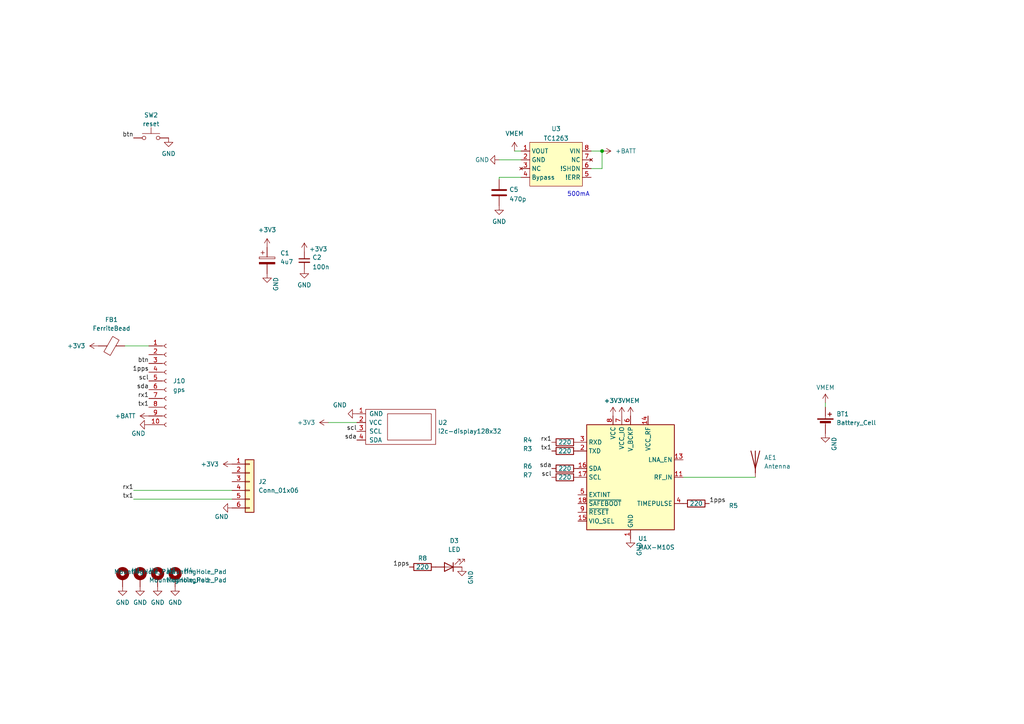
<source format=kicad_sch>
(kicad_sch (version 20230121) (generator eeschema)
  (paper "A4")
  (lib_symbols
    (symbol "AnymaLib-06:TC1263"
      (property "Reference" "U" (at 1.27 6.35 0))
      (property "Value" "TC1263" (at 0 -8.89 0))
      (symbol "TC1263_0_1"
        (rectangle (start -7.62 5.08) (end 7.62 -7.62) (stroke (width 0.1524)) (fill (type background)))
      )
      (symbol "TC1263_1_1"
        (pin power_out line (at -10.16 2.54 0) (length 2.54) (name "VOUT") (number "1"))
        (pin power_out line (at -10.16 0 0) (length 2.54) (name "GND") (number "2"))
        (pin no_connect line (at -10.16 -2.54 0) (length 2.54) (name "NC") (number "3"))
        (pin input line (at -10.16 -5.08 0) (length 2.54) (name "Bypass") (number "4"))
        (pin input line (at 10.16 -5.08 180) (length 2.54) (name "!ERR") (number "5"))
        (pin input line (at 10.16 -2.54 180) (length 2.54) (name "!SHDN") (number "6"))
        (pin no_connect line (at 10.16 0 180) (length 2.54) (name "NC") (number "7"))
        (pin power_in line (at 10.16 2.54 180) (length 2.54) (name "VIN") (number "8"))
      )
    )
    (symbol "Connector:Conn_01x10_Socket" (pin_names (offset 1.016) hide)
      (property "Reference" "J" (at 0 12.7 0))
      (property "Value" "Conn_01x10_Socket" (at 0 -15.24 0))
      (symbol "Conn_01x10_Socket_1_1"
        (arc (start 0 -12.192) (mid -0.5058 -12.7) (end 0 -13.208) (stroke (width 0.1524)))
        (arc (start 0 -9.652) (mid -0.5058 -10.16) (end 0 -10.668) (stroke (width 0.1524)))
        (arc (start 0 -7.112) (mid -0.5058 -7.62) (end 0 -8.128) (stroke (width 0.1524)))
        (arc (start 0 -4.572) (mid -0.5058 -5.08) (end 0 -5.588) (stroke (width 0.1524)))
        (arc (start 0 -2.032) (mid -0.5058 -2.54) (end 0 -3.048) (stroke (width 0.1524)))
        (polyline (pts (xy -1.27 -12.7) (xy -0.508 -12.7)) (stroke (width 0.1524)))
        (polyline (pts (xy -1.27 -10.16) (xy -0.508 -10.16)) (stroke (width 0.1524)))
        (polyline (pts (xy -1.27 -7.62) (xy -0.508 -7.62)) (stroke (width 0.1524)))
        (polyline (pts (xy -1.27 -5.08) (xy -0.508 -5.08)) (stroke (width 0.1524)))
        (polyline (pts (xy -1.27 -2.54) (xy -0.508 -2.54)) (stroke (width 0.1524)))
        (polyline (pts (xy -1.27 0) (xy -0.508 0)) (stroke (width 0.1524)))
        (polyline (pts (xy -1.27 2.54) (xy -0.508 2.54)) (stroke (width 0.1524)))
        (polyline (pts (xy -1.27 5.08) (xy -0.508 5.08)) (stroke (width 0.1524)))
        (polyline (pts (xy -1.27 7.62) (xy -0.508 7.62)) (stroke (width 0.1524)))
        (polyline (pts (xy -1.27 10.16) (xy -0.508 10.16)) (stroke (width 0.1524)))
        (arc (start 0 0.508) (mid -0.5058 0) (end 0 -0.508) (stroke (width 0.1524)))
        (arc (start 0 3.048) (mid -0.5058 2.54) (end 0 2.032) (stroke (width 0.1524)))
        (arc (start 0 5.588) (mid -0.5058 5.08) (end 0 4.572) (stroke (width 0.1524)))
        (arc (start 0 8.128) (mid -0.5058 7.62) (end 0 7.112) (stroke (width 0.1524)))
        (arc (start 0 10.668) (mid -0.5058 10.16) (end 0 9.652) (stroke (width 0.1524)))
        (pin passive line (at -5.08 10.16 0) (length 3.81) (name "Pin_1") (number "1"))
        (pin passive line (at -5.08 -12.7 0) (length 3.81) (name "Pin_10") (number "10"))
        (pin passive line (at -5.08 7.62 0) (length 3.81) (name "Pin_2") (number "2"))
        (pin passive line (at -5.08 5.08 0) (length 3.81) (name "Pin_3") (number "3"))
        (pin passive line (at -5.08 2.54 0) (length 3.81) (name "Pin_4") (number "4"))
        (pin passive line (at -5.08 0 0) (length 3.81) (name "Pin_5") (number "5"))
        (pin passive line (at -5.08 -2.54 0) (length 3.81) (name "Pin_6") (number "6"))
        (pin passive line (at -5.08 -5.08 0) (length 3.81) (name "Pin_7") (number "7"))
        (pin passive line (at -5.08 -7.62 0) (length 3.81) (name "Pin_8") (number "8"))
        (pin passive line (at -5.08 -10.16 0) (length 3.81) (name "Pin_9") (number "9"))
      )
    )
    (symbol "Connector_Generic:Conn_01x06" (pin_names (offset 1.016) hide)
      (property "Reference" "J" (at 0 7.62 0))
      (property "Value" "Conn_01x06" (at 0 -10.16 0))
      (symbol "Conn_01x06_1_1"
        (rectangle (start -1.27 -7.493) (end 0 -7.747) (stroke (width 0.1524)))
        (rectangle (start -1.27 -4.953) (end 0 -5.207) (stroke (width 0.1524)))
        (rectangle (start -1.27 -2.413) (end 0 -2.667) (stroke (width 0.1524)))
        (rectangle (start -1.27 0.127) (end 0 -0.127) (stroke (width 0.1524)))
        (rectangle (start -1.27 2.667) (end 0 2.413) (stroke (width 0.1524)))
        (rectangle (start -1.27 5.207) (end 0 4.953) (stroke (width 0.1524)))
        (rectangle (start -1.27 6.35) (end 1.27 -8.89) (stroke (width 0.254)) (fill (type background)))
        (pin passive line (at -5.08 5.08 0) (length 3.81) (name "Pin_1") (number "1"))
        (pin passive line (at -5.08 2.54 0) (length 3.81) (name "Pin_2") (number "2"))
        (pin passive line (at -5.08 0 0) (length 3.81) (name "Pin_3") (number "3"))
        (pin passive line (at -5.08 -2.54 0) (length 3.81) (name "Pin_4") (number "4"))
        (pin passive line (at -5.08 -5.08 0) (length 3.81) (name "Pin_5") (number "5"))
        (pin passive line (at -5.08 -7.62 0) (length 3.81) (name "Pin_6") (number "6"))
      )
    )
    (symbol "Device:Antenna" (pin_numbers hide) (pin_names (offset 1.016) hide)
      (property "Reference" "AE" (at -1.905 1.905 0))
      (property "Value" "Antenna" (at -1.905 0 0))
      (symbol "Antenna_0_1"
        (polyline (pts (xy 0 2.54) (xy 0 -3.81)) (stroke (width 0.254)))
        (polyline (pts (xy 1.27 2.54) (xy 0 -2.54) (xy -1.27 2.54)) (stroke (width 0.254)))
      )
      (symbol "Antenna_1_1"
        (pin input line (at 0 -5.08 90) (length 2.54) (name "A") (number "1"))
      )
    )
    (symbol "Device:Battery_Cell" (pin_numbers hide) (pin_names (offset 0) hide)
      (property "Reference" "BT" (at 2.54 2.54 0))
      (property "Value" "Battery_Cell" (at 2.54 0 0))
      (symbol "Battery_Cell_0_1"
        (rectangle (start -2.286 1.778) (end 2.286 1.524) (fill (type outline)))
        (rectangle (start -1.524 1.016) (end 1.524 0.508) (fill (type outline)))
        (polyline (pts (xy 0 0.762) (xy 0 0)))
        (polyline (pts (xy 0 1.778) (xy 0 2.54)))
        (polyline (pts (xy 0.762 3.048) (xy 1.778 3.048)) (stroke (width 0.254)))
        (polyline (pts (xy 1.27 3.556) (xy 1.27 2.54)) (stroke (width 0.254)))
      )
      (symbol "Battery_Cell_1_1"
        (pin passive line (at 0 5.08 270) (length 2.54) (name "+") (number "1"))
        (pin passive line (at 0 -2.54 90) (length 2.54) (name "-") (number "2"))
      )
    )
    (symbol "Device:C" (pin_numbers hide) (pin_names (offset 0.254))
      (property "Reference" "C" (at 0.635 2.54 0))
      (property "Value" "C" (at 0.635 -2.54 0))
      (symbol "C_0_1"
        (polyline (pts (xy -2.032 -0.762) (xy 2.032 -0.762)) (stroke (width 0.508)))
        (polyline (pts (xy -2.032 0.762) (xy 2.032 0.762)) (stroke (width 0.508)))
      )
      (symbol "C_1_1"
        (pin passive line (at 0 3.81 270) (length 2.794) (name "~") (number "1"))
        (pin passive line (at 0 -3.81 90) (length 2.794) (name "~") (number "2"))
      )
    )
    (symbol "Device:FerriteBead" (pin_numbers hide) (pin_names (offset 0))
      (property "Reference" "FB" (at -3.81 0.635 90))
      (property "Value" "FerriteBead" (at 3.81 0 90))
      (symbol "FerriteBead_0_1"
        (polyline (pts (xy 0 -1.27) (xy 0 -1.2192)))
        (polyline (pts (xy 0 1.27) (xy 0 1.2954)))
        (polyline (pts (xy -2.7686 0.4064) (xy -1.7018 2.2606) (xy 2.7686 -0.3048) (xy 1.6764 -2.159) (xy -2.7686 0.4064)))
      )
      (symbol "FerriteBead_1_1"
        (pin passive line (at 0 3.81 270) (length 2.54) (name "~") (number "1"))
        (pin passive line (at 0 -3.81 90) (length 2.54) (name "~") (number "2"))
      )
    )
    (symbol "Device:LED" (pin_numbers hide) (pin_names (offset 1.016) hide)
      (property "Reference" "D" (at 0 2.54 0))
      (property "Value" "LED" (at 0 -2.54 0))
      (symbol "LED_0_1"
        (polyline (pts (xy -1.27 -1.27) (xy -1.27 1.27)) (stroke (width 0.254)))
        (polyline (pts (xy -1.27 0) (xy 1.27 0)))
        (polyline (pts (xy 1.27 -1.27) (xy 1.27 1.27) (xy -1.27 0) (xy 1.27 -1.27)) (stroke (width 0.254)))
        (polyline (pts (xy -3.048 -0.762) (xy -4.572 -2.286) (xy -3.81 -2.286) (xy -4.572 -2.286) (xy -4.572 -1.524)))
        (polyline (pts (xy -1.778 -0.762) (xy -3.302 -2.286) (xy -2.54 -2.286) (xy -3.302 -2.286) (xy -3.302 -1.524)))
      )
      (symbol "LED_1_1"
        (pin passive line (at -3.81 0 0) (length 2.54) (name "K") (number "1"))
        (pin passive line (at 3.81 0 180) (length 2.54) (name "A") (number "2"))
      )
    )
    (symbol "Device:R" (pin_numbers hide) (pin_names (offset 0))
      (property "Reference" "R" (at 2.032 0 90))
      (property "Value" "R" (at 0 0 90))
      (symbol "R_0_1"
        (rectangle (start -1.016 -2.54) (end 1.016 2.54) (stroke (width 0.254)))
      )
      (symbol "R_1_1"
        (pin passive line (at 0 3.81 270) (length 1.27) (name "~") (number "1"))
        (pin passive line (at 0 -3.81 90) (length 1.27) (name "~") (number "2"))
      )
    )
    (symbol "Mechanical:MountingHole_Pad" (pin_numbers hide) (pin_names (offset 1.016) hide)
      (property "Reference" "H" (at 0 6.35 0))
      (property "Value" "MountingHole_Pad" (at 0 4.445 0))
      (symbol "MountingHole_Pad_0_1"
        (circle (center 0 1.27) (radius 1.27) (stroke (width 1.27)))
      )
      (symbol "MountingHole_Pad_1_1"
        (pin input line (at 0 -2.54 90) (length 2.54) (name "1") (number "1"))
      )
    )
    (symbol "RF_GPS:MAX-M10S"
      (property "Reference" "U" (at -10.16 16.51 0))
      (property "Value" "MAX-M10S" (at 11.43 16.51 0))
      (symbol "MAX-M10S_0_1"
        (rectangle (start 12.7 15.24) (end -12.7 -15.24) (stroke (width 0.254)) (fill (type background)))
      )
      (symbol "MAX-M10S_1_1"
        (pin power_in line (at 0 -17.78 90) (length 2.54) (name "GND") (number "1"))
        (pin passive line (at 0 -17.78 90) (length 2.54) hide (name "GND") (number "10"))
        (pin input line (at 15.24 0 180) (length 2.54) (name "RF_IN") (number "11"))
        (pin passive line (at 0 -17.78 90) (length 2.54) hide (name "GND") (number "12"))
        (pin output line (at 15.24 5.08 180) (length 2.54) (name "LNA_EN") (number "13"))
        (pin power_out line (at 5.08 17.78 270) (length 2.54) (name "VCC_RF") (number "14"))
        (pin input line (at -15.24 -12.7 0) (length 2.54) (name "VIO_SEL") (number "15"))
        (pin bidirectional line (at -15.24 2.54 0) (length 2.54) (name "SDA") (number "16"))
        (pin input line (at -15.24 0 0) (length 2.54) (name "SCL") (number "17"))
        (pin input line (at -15.24 -7.62 0) (length 2.54) (name "~{SAFEBOOT}") (number "18"))
        (pin output line (at -15.24 7.62 0) (length 2.54) (name "TXD") (number "2"))
        (pin input line (at -15.24 10.16 0) (length 2.54) (name "RXD") (number "3"))
        (pin output line (at 15.24 -7.62 180) (length 2.54) (name "TIMEPULSE") (number "4"))
        (pin input line (at -15.24 -5.08 0) (length 2.54) (name "EXTINT") (number "5"))
        (pin power_in line (at 0 17.78 270) (length 2.54) (name "V_BCKP") (number "6"))
        (pin power_in line (at -2.54 17.78 270) (length 2.54) (name "VCC_IO") (number "7"))
        (pin power_in line (at -5.08 17.78 270) (length 2.54) (name "VCC") (number "8"))
        (pin input line (at -15.24 -10.16 0) (length 2.54) (name "~{RESET}") (number "9"))
      )
    )
    (symbol "nime2020-library:CP" (pin_numbers hide) (pin_names (offset 0.254))
      (property "Reference" "C" (at 0.635 2.54 0))
      (property "Value" "CP" (at 0.635 -2.54 0))
      (symbol "CP_0_1"
        (rectangle (start -2.286 0.508) (end 2.286 1.016))
        (polyline (pts (xy -1.778 2.286) (xy -0.762 2.286)))
        (polyline (pts (xy -1.27 2.794) (xy -1.27 1.778)))
        (rectangle (start 2.286 -0.508) (end -2.286 -1.016) (fill (type outline)))
      )
      (symbol "CP_1_1"
        (pin passive line (at 0 3.81 270) (length 2.794) (name "~") (number "1"))
        (pin passive line (at 0 -3.81 90) (length 2.794) (name "~") (number "2"))
      )
    )
    (symbol "nime2020-library:SW_Push" (pin_numbers hide) (pin_names (offset 1.016) hide)
      (property "Reference" "SW" (at 1.27 2.54 0))
      (property "Value" "SW_Push" (at 0 -1.524 0))
      (symbol "SW_Push_0_1"
        (circle (center -2.032 0) (radius 0.508))
        (polyline (pts (xy 0 1.27) (xy 0 3.048)))
        (polyline (pts (xy 2.54 1.27) (xy -2.54 1.27)))
        (circle (center 2.032 0) (radius 0.508))
        (pin passive line (at -5.08 0 0) (length 2.54) (name "1") (number "1"))
        (pin passive line (at 5.08 0 180) (length 2.54) (name "2") (number "2"))
      )
    )
    (symbol "power:+3V3" (power) (pin_names (offset 0))
      (property "Value" "+3V3" (at 0 3.556 0))
      (symbol "+3V3_0_1"
        (polyline (pts (xy -0.762 1.27) (xy 0 2.54)))
        (polyline (pts (xy 0 0) (xy 0 2.54)))
        (polyline (pts (xy 0 2.54) (xy 0.762 1.27)))
      )
      (symbol "+3V3_1_1"
        (pin power_in line (at 0 0 90) (length 0) hide (name "+3V3") (number "1"))
      )
    )
    (symbol "power:+BATT" (power) (pin_names (offset 0))
      (property "Value" "+BATT" (at 0 3.556 0))
      (symbol "+BATT_0_1"
        (polyline (pts (xy -0.762 1.27) (xy 0 2.54)))
        (polyline (pts (xy 0 0) (xy 0 2.54)))
        (polyline (pts (xy 0 2.54) (xy 0.762 1.27)))
      )
      (symbol "+BATT_1_1"
        (pin power_in line (at 0 0 90) (length 0) hide (name "+BATT") (number "1"))
      )
    )
    (symbol "power:GND" (power) (pin_names (offset 0))
      (property "Value" "GND" (at 0 -3.81 0))
      (symbol "GND_0_1"
        (polyline (pts (xy 0 0) (xy 0 -1.27) (xy 1.27 -1.27) (xy 0 -2.54) (xy -1.27 -1.27) (xy 0 -1.27)))
      )
      (symbol "GND_1_1"
        (pin power_in line (at 0 0 270) (length 0) hide (name "GND") (number "1"))
      )
    )
    (symbol "power:VMEM" (power) (pin_names (offset 0))
      (property "Value" "VMEM" (at 0 3.81 0))
      (symbol "VMEM_0_1"
        (polyline (pts (xy -0.762 1.27) (xy 0 2.54)))
        (polyline (pts (xy 0 0) (xy 0 2.54)))
        (polyline (pts (xy 0 2.54) (xy 0.762 1.27)))
      )
      (symbol "VMEM_1_1"
        (pin power_in line (at 0 0 90) (length 0) hide (name "VMEM") (number "1"))
      )
    )
    (symbol "synkie_symbols:C_Small" (pin_numbers hide) (pin_names (offset 0.254) hide)
      (property "Reference" "C" (at 0.254 1.778 0))
      (property "Value" "C_Small" (at 0.254 -2.032 0))
      (symbol "C_Small_0_1"
        (polyline (pts (xy -1.524 -0.508) (xy 1.524 -0.508)) (stroke (width 0.3302)))
        (polyline (pts (xy -1.524 0.508) (xy 1.524 0.508)) (stroke (width 0.3048)))
      )
      (symbol "C_Small_1_1"
        (pin passive line (at 0 2.54 270) (length 2.032) (name "~") (number "1"))
        (pin passive line (at 0 -2.54 90) (length 2.032) (name "~") (number "2"))
      )
    )
    (symbol "synkie_symbols:i2c-display128x32" (pin_names (offset 1.016))
      (property "Reference" "U" (at -5.08 8.89 0))
      (property "Value" "i2c-display128x32" (at 2.54 -3.81 0))
      (symbol "i2c-display128x32_0_1"
        (polyline (pts (xy -6.35 7.62) (xy 13.97 7.62) (xy 13.97 -2.54) (xy -6.35 -2.54) (xy -6.35 7.62)))
        (polyline (pts (xy 0 6.35) (xy 0 -1.27) (xy 12.7 -1.27) (xy 12.7 6.35) (xy 0 6.35)))
      )
      (symbol "i2c-display128x32_1_1"
        (pin input line (at -8.89 6.35 0) (length 2.54) (name "GND") (number "1"))
        (pin input line (at -8.89 3.81 0) (length 2.54) (name "VCC") (number "2"))
        (pin input line (at -8.89 1.27 0) (length 2.54) (name "SCL") (number "3"))
        (pin input line (at -8.89 -1.27 0) (length 2.54) (name "SDA") (number "4"))
      )
    )
  )
  (junction (at 174.625 43.815))
  (wire (pts (xy 144.78 51.435) (xy 144.78 52.07)))
  (wire (pts (xy 144.78 46.355) (xy 151.13 46.355)))
  (wire (pts (xy 36.195 100.33) (xy 43.18 100.33)))
  (wire (pts (xy 174.625 48.895) (xy 174.625 43.815)))
  (wire (pts (xy 239.395 118.11) (xy 239.395 116.84)))
  (wire (pts (xy 95.25 122.555) (xy 103.505 122.555)))
  (wire (pts (xy 198.12 138.43) (xy 219.075 138.43)))
  (wire (pts (xy 149.225 43.815) (xy 151.13 43.815)))
  (wire (pts (xy 38.735 142.24) (xy 67.31 142.24)))
  (wire (pts (xy 151.13 51.435) (xy 144.78 51.435)))
  (wire (pts (xy 38.735 144.78) (xy 67.31 144.78)))
  (wire (pts (xy 171.45 43.815) (xy 174.625 43.815)))
  (wire (pts (xy 171.45 48.895) (xy 174.625 48.895)))
  (text "500mA" (at 164.465 57.15 0) (effects (font (size 1.27 1.27)) (justify left bottom)))
  (label "scl" (at 103.505 125.095 180))
  (label "rx1" (at 43.18 115.57 180))
  (label "rx1" (at 38.735 142.24 180))
  (label "tx1" (at 38.735 144.78 180))
  (label "btn" (at 38.735 40.005 180))
  (label "1pps" (at 43.18 107.95 180))
  (label "1pps" (at 205.74 146.05 0))
  (label "scl" (at 43.18 110.49 180))
  (label "tx1" (at 160.02 130.81 180))
  (label "sda" (at 160.02 135.89 180))
  (label "sda" (at 43.18 113.03 180))
  (label "btn" (at 43.18 105.41 180))
  (label "tx1" (at 43.18 118.11 180))
  (label "scl" (at 160.02 138.43 180))
  (label "1pps" (at 118.745 164.465 180))
  (label "sda" (at 103.505 127.635 180))
  (label "rx1" (at 160.02 128.27 180))
  (symbol (lib_id "Device:R") (at 163.83 128.27 90) (unit 1)
    (property "Reference" "R4" (at 153.035 127.635 90))
    (property "Value" "220" (at 163.83 128.27 90))
    (property "Footprint" "synkie_footprints:C_0805_2012Metric_Pad1.15x1.40mm_HandSolder" (effects hide))
  )
  (symbol (lib_id "Mechanical:MountingHole_Pad") (at 50.8 167.64 0) (unit 1)
    (property "Reference" "H4" (at 53.34 165.4615 0) (effects (justify left)))
    (property "Value" "MountingHole_Pad" (at 48.26 165.8236 0) (effects (justify left)))
    (property "Footprint" "MountingHole:MountingHole_2.7mm_M2.5_DIN965_Pad" (effects hide))
  )
  (symbol (lib_id "synkie_symbols:C_Small") (at 88.265 75.565 0) (unit 1)
    (property "Reference" "C2" (at 90.5891 74.6628 0) (effects (justify left)))
    (property "Value" "100n" (at 90.5891 77.4379 0) (effects (justify left)))
    (property "Footprint" "synkie_footprints:C_0603_1608Metric_Pad1.05x0.95mm_HandSolder" (effects hide))
  )
  (symbol (lib_id "power:GND") (at 88.265 78.105 0) (unit 1)
    (property "Reference" "#PWR010" (effects hide))
    (property "Value" "GND" (at 88.265 82.6675 0))
  )
  (symbol (lib_id "power:GND") (at 182.88 156.21 0) (unit 1)
    (property "Reference" "#PWR015" (effects hide))
    (property "Value" "GND" (at 185.42 161.29 90) (effects (justify left)))
  )
  (symbol (lib_id "power:VMEM") (at 239.395 116.84 0) (unit 1)
    (property "Reference" "#PWR02" (effects hide))
    (property "Value" "VMEM" (at 239.395 112.395 0))
  )
  (symbol (lib_id "power:GND") (at 50.8 170.18 0) (unit 1)
    (property "Reference" "#PWR089" (effects hide))
    (property "Value" "GND" (at 50.8 174.7425 0))
  )
  (symbol (lib_id "Device:Antenna") (at 219.075 133.35 0) (unit 1)
    (property "Reference" "AE1" (at 221.615 132.715 0) (effects (justify left)))
    (property "Value" "Antenna" (at 221.615 135.255 0) (effects (justify left)))
    (property "Footprint" "Anyma06:25x25-patch-antenna" (effects hide))
  )
  (symbol (lib_id "RF_GPS:MAX-M10S") (at 182.88 138.43 0) (unit 1)
    (property "Reference" "U1" (at 185.0741 156.21 0) (effects (justify left)))
    (property "Value" "MAX-M10S" (at 185.0741 158.75 0) (effects (justify left)))
    (property "Footprint" "RF_GPS:ublox_MAX" (effects hide))
    (property "Datasheet" "https://content.u-blox.com/sites/default/files/MAX-M10S_DataSheet_UBX-20035208.pdf" (effects hide))
  )
  (symbol (lib_id "power:GND") (at 144.78 46.355 270) (unit 1)
    (property "Reference" "#PWR016" (effects hide))
    (property "Value" "GND" (at 137.795 46.355 90) (effects (justify left)))
  )
  (symbol (lib_id "power:GND") (at 43.18 123.19 270) (unit 1)
    (property "Reference" "#PWR097" (effects hide))
    (property "Value" "GND" (at 38.1 125.73 90) (effects (justify left)))
  )
  (symbol (lib_id "power:GND") (at 77.47 79.375 0) (unit 1)
    (property "Reference" "#PWR08" (effects hide))
    (property "Value" "GND" (at 80.01 84.455 90) (effects (justify left)))
  )
  (symbol (lib_id "Device:R") (at 163.83 135.89 90) (unit 1)
    (property "Reference" "R6" (at 153.035 135.255 90))
    (property "Value" "220" (at 163.83 135.89 90))
    (property "Footprint" "synkie_footprints:C_0805_2012Metric_Pad1.15x1.40mm_HandSolder" (effects hide))
  )
  (symbol (lib_id "power:GND") (at 45.72 170.18 0) (unit 1)
    (property "Reference" "#PWR088" (effects hide))
    (property "Value" "GND" (at 45.72 174.7425 0))
  )
  (symbol (lib_id "Mechanical:MountingHole_Pad") (at 35.56 167.64 0) (unit 1)
    (property "Reference" "H1" (at 38.1 165.4615 0) (effects (justify left)))
    (property "Value" "MountingHole_Pad" (at 33.02 165.8236 0) (effects (justify left)))
    (property "Footprint" "MountingHole:MountingHole_2.7mm_M2.5_DIN965_Pad" (effects hide))
  )
  (symbol (lib_id "power:GND") (at 35.56 170.18 0) (unit 1)
    (property "Reference" "#PWR086" (effects hide))
    (property "Value" "GND" (at 35.56 174.7425 0))
  )
  (symbol (lib_id "nime2020-library:CP") (at 77.47 75.565 0) (unit 1)
    (property "Reference" "C1" (at 81.28 73.406 0) (effects (justify left)))
    (property "Value" "4u7" (at 81.28 75.946 0) (effects (justify left)))
    (property "Footprint" "synkie_footprints:C_1206_3216Metric_Pad1.42x1.75mm_HandSolder" (effects hide))
  )
  (symbol (lib_id "power:GND") (at 103.505 120.015 270) (unit 1)
    (property "Reference" "#PWR04" (effects hide))
    (property "Value" "GND" (at 96.52 117.475 90) (effects (justify left)))
  )
  (symbol (lib_id "AnymaLib-06:TC1263") (at 161.29 46.355 0) (unit 1)
    (property "Reference" "U3" (at 161.29 37.3593 0))
    (property "Value" "TC1263" (at 161.29 40.1344 0))
    (property "Footprint" "synkie_footprints:SOIC-8_3.9x4.9mm_P1.27mm" (effects hide))
  )
  (symbol (lib_id "power:+3V3") (at 177.8 120.65 0) (unit 1)
    (property "Reference" "#PWR013" (effects hide))
    (property "Value" "+3V3" (at 177.8 116.205 0))
  )
  (symbol (lib_id "power:VMEM") (at 182.88 120.65 0) (unit 1)
    (property "Reference" "#PWR012" (effects hide))
    (property "Value" "VMEM" (at 182.88 116.205 0))
  )
  (symbol (lib_id "Device:LED") (at 130.175 164.465 180) (unit 1)
    (property "Reference" "D3" (at 131.7625 156.845 0))
    (property "Value" "LED" (at 131.7625 159.385 0))
    (property "Footprint" "LED_THT:LED_D3.0mm_Clear" (effects hide))
  )
  (symbol (lib_id "power:GND") (at 67.31 147.32 270) (unit 1)
    (property "Reference" "#PWR03" (effects hide))
    (property "Value" "GND" (at 62.23 149.86 90) (effects (justify left)))
  )
  (symbol (lib_id "Device:R") (at 122.555 164.465 90) (unit 1)
    (property "Reference" "R8" (at 122.555 161.925 90))
    (property "Value" "220" (at 122.555 164.465 90))
    (property "Footprint" "synkie_footprints:C_0805_2012Metric_Pad1.15x1.40mm_HandSolder" (effects hide))
  )
  (symbol (lib_id "power:+3V3") (at 95.25 122.555 90) (unit 1)
    (property "Reference" "#PWR05" (effects hide))
    (property "Value" "+3V3" (at 91.44 122.555 90) (effects (justify left)))
  )
  (symbol (lib_id "Connector:Conn_01x10_Socket") (at 48.26 110.49 0) (unit 1)
    (property "Reference" "J10" (at 50.165 110.49 0) (effects (justify left)))
    (property "Value" "gps" (at 50.165 113.03 0) (effects (justify left)))
    (property "Footprint" "Connector_PinHeader_2.54mm:PinHeader_1x10_P2.54mm_Vertical" (effects hide))
  )
  (symbol (lib_id "Connector_Generic:Conn_01x06") (at 72.39 139.7 0) (unit 1)
    (property "Reference" "J2" (at 74.93 139.7 0) (effects (justify left)))
    (property "Value" "Conn_01x06" (at 74.93 142.24 0) (effects (justify left)))
    (property "Footprint" "Connector_PinHeader_2.54mm:PinHeader_1x06_P2.54mm_Vertical" (effects hide))
  )
  (symbol (lib_id "nime2020-library:SW_Push") (at 43.815 40.005 0) (unit 1)
    (property "Reference" "SW2" (at 43.815 33.3842 0))
    (property "Value" "reset" (at 43.815 35.9211 0))
    (property "Footprint" "synkie_footprints:Alps_Tactile_Switch" (effects hide))
  )
  (symbol (lib_id "power:+3V3") (at 77.47 71.755 0) (unit 1)
    (property "Reference" "#PWR07" (effects hide))
    (property "Value" "+3V3" (at 77.47 66.675 0))
  )
  (symbol (lib_id "power:+3V3") (at 88.265 73.025 0) (unit 1)
    (property "Reference" "#PWR09" (effects hide))
    (property "Value" "+3V3" (at 89.662 72.234 0) (effects (justify left)))
  )
  (symbol (lib_id "power:+3V3") (at 180.34 120.65 0) (unit 1)
    (property "Reference" "#PWR014" (effects hide))
    (property "Value" "+3V3" (at 177.8 116.205 0))
  )
  (symbol (lib_id "Device:C") (at 144.78 55.88 0) (unit 1)
    (property "Reference" "C5" (at 147.701 54.9715 0) (effects (justify left)))
    (property "Value" "470p" (at 147.701 57.7466 0) (effects (justify left)))
    (property "Footprint" "synkie_footprints:C_0805_2012Metric_Pad1.15x1.40mm_HandSolder" (effects hide))
  )
  (symbol (lib_id "Mechanical:MountingHole_Pad") (at 45.72 167.64 0) (unit 1)
    (property "Reference" "H3" (at 48.26 165.4615 0) (effects (justify left)))
    (property "Value" "MountingHole_Pad" (at 48.26 168.2366 0) (effects (justify left)))
    (property "Footprint" "MountingHole:MountingHole_2.7mm_M2.5_DIN965_Pad" (effects hide))
  )
  (symbol (lib_id "Mechanical:MountingHole_Pad") (at 40.64 167.64 0) (unit 1)
    (property "Reference" "H2" (at 43.18 165.4615 0) (effects (justify left)))
    (property "Value" "MountingHole_Pad" (at 43.18 168.2366 0) (effects (justify left)))
    (property "Footprint" "MountingHole:MountingHole_2.7mm_M2.5_DIN965_Pad" (effects hide))
  )
  (symbol (lib_id "Device:FerriteBead") (at 32.385 100.33 90) (unit 1)
    (property "Reference" "FB1" (at 32.3342 92.71 90))
    (property "Value" "FerriteBead" (at 32.3342 95.25 90))
    (property "Footprint" "synkie_footprints:L_0805_2012Metric_Pad1.15x1.40mm_HandSolder" (effects hide))
  )
  (symbol (lib_id "power:GND") (at 40.64 170.18 0) (unit 1)
    (property "Reference" "#PWR087" (effects hide))
    (property "Value" "GND" (at 40.64 174.7425 0))
  )
  (symbol (lib_id "synkie_symbols:i2c-display128x32") (at 112.395 126.365 0) (unit 1)
    (property "Reference" "U2" (at 127 122.555 0) (effects (justify left)))
    (property "Value" "i2c-display128x32" (at 127 125.095 0) (effects (justify left)))
    (property "Footprint" "synkie_footprints:Bangood_I2C_Display" (effects hide))
  )
  (symbol (lib_id "power:GND") (at 239.395 125.73 0) (unit 1)
    (property "Reference" "#PWR06" (effects hide))
    (property "Value" "GND" (at 241.935 130.81 90) (effects (justify left)))
  )
  (symbol (lib_id "power:GND") (at 144.78 59.69 0) (unit 1)
    (property "Reference" "#PWR017" (effects hide))
    (property "Value" "GND" (at 144.78 64.2525 0))
  )
  (symbol (lib_id "Device:R") (at 163.83 130.81 90) (unit 1)
    (property "Reference" "R3" (at 153.035 130.175 90))
    (property "Value" "220" (at 163.83 130.81 90))
    (property "Footprint" "synkie_footprints:C_0805_2012Metric_Pad1.15x1.40mm_HandSolder" (effects hide))
  )
  (symbol (lib_id "power:+3V3") (at 28.575 100.33 90) (unit 1)
    (property "Reference" "#PWR096" (effects hide))
    (property "Value" "+3V3" (at 24.765 100.33 90) (effects (justify left)))
  )
  (symbol (lib_id "power:GND") (at 48.895 40.005 0) (unit 1)
    (property "Reference" "#PWR045" (effects hide))
    (property "Value" "GND" (at 48.895 44.5675 0))
  )
  (symbol (lib_id "Device:Battery_Cell") (at 239.395 123.19 0) (unit 1)
    (property "Reference" "BT1" (at 242.57 120.0785 0) (effects (justify left)))
    (property "Value" "Battery_Cell" (at 242.57 122.6185 0) (effects (justify left)))
    (property "Footprint" "Anyma06:ComboPinhead_02" (effects hide))
  )
  (symbol (lib_id "power:VMEM") (at 149.225 43.815 0) (unit 1)
    (property "Reference" "#PWR018" (effects hide))
    (property "Value" "VMEM" (at 149.225 38.735 0))
  )
  (symbol (lib_id "power:+BATT") (at 174.625 43.815 270) (unit 1)
    (property "Reference" "#PWR019" (effects hide))
    (property "Value" "+BATT" (at 178.435 43.815 90) (effects (justify left)))
  )
  (symbol (lib_id "Device:R") (at 201.93 146.05 270) (unit 1)
    (property "Reference" "R5" (at 212.725 146.685 90))
    (property "Value" "220" (at 201.93 146.05 90))
    (property "Footprint" "synkie_footprints:C_0805_2012Metric_Pad1.15x1.40mm_HandSolder" (effects hide))
  )
  (symbol (lib_id "power:GND") (at 133.985 164.465 0) (unit 1)
    (property "Reference" "#PWR020" (effects hide))
    (property "Value" "GND" (at 136.525 169.545 90) (effects (justify left)))
  )
  (symbol (lib_id "power:+3V3") (at 67.31 134.62 90) (unit 1)
    (property "Reference" "#PWR01" (effects hide))
    (property "Value" "+3V3" (at 63.5 134.62 90) (effects (justify left)))
  )
  (symbol (lib_id "power:+BATT") (at 43.18 120.65 90) (unit 1)
    (property "Reference" "#PWR011" (effects hide))
    (property "Value" "+BATT" (at 39.37 120.65 90) (effects (justify left)))
  )
  (symbol (lib_id "Device:R") (at 163.83 138.43 90) (unit 1)
    (property "Reference" "R7" (at 153.035 137.795 90))
    (property "Value" "220" (at 163.83 138.43 90))
    (property "Footprint" "synkie_footprints:C_0805_2012Metric_Pad1.15x1.40mm_HandSolder" (effects hide))
  )
)
</source>
